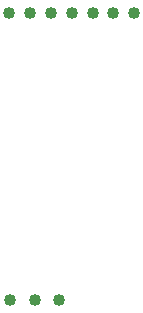
<source format=gbp>
G04 Layer: BottomPasteMaskLayer*
G04 EasyEDA v6.5.5, 2022-06-30 21:59:10*
G04 844943e940ba41f192d5fd3784e3f5d8,9c416354eb984020824aaf9c885bead6,10*
G04 Gerber Generator version 0.2*
G04 Scale: 100 percent, Rotated: No, Reflected: No *
G04 Dimensions in inches *
G04 leading zeros omitted , absolute positions ,3 integer and 6 decimal *
%FSLAX36Y36*%
%MOIN*%

%ADD31C,0.0400*%

%LPD*%
D31*
G01*
X615999Y464000D03*
G01*
X477330Y464000D03*
G01*
X546669Y464000D03*
G01*
X269329Y464000D03*
G01*
X338670Y464000D03*
G01*
X408000Y464000D03*
G01*
X200000Y464000D03*
G01*
X284000Y-490000D03*
G01*
X203000Y-490000D03*
G01*
X364000Y-490000D03*
M02*

</source>
